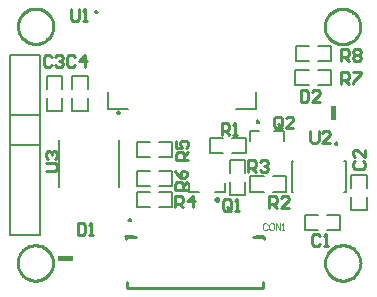
<source format=gto>
%FSTAX23Y23*%
%MOIN*%
%SFA1B1*%

%IPPOS*%
%ADD26C,0.010000*%
%ADD44C,0.007870*%
%ADD45C,0.009840*%
%ADD46C,0.005000*%
%ADD47C,0.003940*%
%LNsrt-wren-25-22-v103-1*%
%LPD*%
G36*
X00222Y00113D02*
X00173D01*
Y00129*
X00222*
Y00113*
G37*
G36*
X01099Y00581D02*
X01082D01*
Y0063*
X01099*
Y00581*
G37*
G54D26*
X01179Y00894D02*
D01*
X01179Y00898*
X01179Y00902*
X01178Y00906*
X01177Y0091*
X01176Y00914*
X01174Y00918*
X01172Y00921*
X0117Y00925*
X01168Y00928*
X01165Y00932*
X01163Y00935*
X0116Y00938*
X01156Y0094*
X01153Y00943*
X0115Y00945*
X01146Y00947*
X01142Y00949*
X01138Y0095*
X01134Y00951*
X0113Y00952*
X01126Y00952*
X01122Y00953*
X01118*
X01114Y00952*
X0111Y00952*
X01106Y00951*
X01102Y0095*
X01098Y00949*
X01094Y00947*
X01091Y00945*
X01087Y00943*
X01084Y0094*
X01081Y00938*
X01078Y00935*
X01075Y00932*
X01072Y00928*
X0107Y00925*
X01068Y00921*
X01066Y00918*
X01065Y00914*
X01063Y0091*
X01062Y00906*
X01062Y00902*
X01061Y00898*
X01061Y00894*
X01061Y0089*
X01062Y00886*
X01062Y00881*
X01063Y00877*
X01065Y00874*
X01066Y0087*
X01068Y00866*
X0107Y00862*
X01072Y00859*
X01075Y00856*
X01078Y00853*
X01081Y0085*
X01084Y00847*
X01087Y00845*
X01091Y00843*
X01094Y00841*
X01098Y00839*
X01102Y00838*
X01106Y00836*
X0111Y00836*
X01114Y00835*
X01118Y00835*
X01122*
X01126Y00835*
X0113Y00836*
X01134Y00836*
X01138Y00838*
X01142Y00839*
X01146Y00841*
X0115Y00843*
X01153Y00845*
X01156Y00847*
X0116Y0085*
X01163Y00853*
X01165Y00856*
X01168Y00859*
X0117Y00862*
X01172Y00866*
X01174Y0087*
X01176Y00874*
X01177Y00877*
X01178Y00881*
X01179Y00886*
X01179Y0089*
X01179Y00894*
X0118Y00106D02*
D01*
X01179Y0011*
X01179Y00114*
X01178Y00118*
X01177Y00122*
X01176Y00126*
X01175Y0013*
X01173Y00134*
X01171Y00137*
X01168Y00141*
X01166Y00144*
X01163Y00147*
X0116Y0015*
X01157Y00152*
X01154Y00155*
X0115Y00157*
X01146Y00159*
X01143Y00161*
X01139Y00162*
X01135Y00163*
X01131Y00164*
X01127Y00165*
X01123Y00165*
X01119*
X01114Y00165*
X0111Y00164*
X01106Y00163*
X01102Y00162*
X01098Y00161*
X01095Y00159*
X01091Y00157*
X01088Y00155*
X01084Y00152*
X01081Y0015*
X01078Y00147*
X01075Y00144*
X01073Y00141*
X0107Y00137*
X01068Y00134*
X01067Y0013*
X01065Y00126*
X01064Y00122*
X01063Y00118*
X01062Y00114*
X01062Y0011*
X01062Y00106*
X01062Y00102*
X01062Y00098*
X01063Y00094*
X01064Y0009*
X01065Y00086*
X01067Y00082*
X01068Y00078*
X0107Y00075*
X01073Y00071*
X01075Y00068*
X01078Y00065*
X01081Y00062*
X01084Y00059*
X01088Y00057*
X01091Y00055*
X01095Y00053*
X01098Y00051*
X01102Y0005*
X01106Y00049*
X0111Y00048*
X01114Y00047*
X01119Y00047*
X01123*
X01127Y00047*
X01131Y00048*
X01135Y00049*
X01139Y0005*
X01143Y00051*
X01146Y00053*
X0115Y00055*
X01154Y00057*
X01157Y00059*
X0116Y00062*
X01163Y00065*
X01166Y00068*
X01168Y00071*
X01171Y00075*
X01173Y00078*
X01175Y00082*
X01176Y00086*
X01177Y0009*
X01178Y00094*
X01179Y00098*
X01179Y00102*
X0118Y00106*
X00155D02*
D01*
X00155Y0011*
X00154Y00114*
X00154Y00118*
X00153Y00122*
X00151Y00126*
X0015Y0013*
X00148Y00134*
X00146Y00137*
X00144Y00141*
X00141Y00144*
X00138Y00147*
X00135Y0015*
X00132Y00152*
X00129Y00155*
X00126Y00157*
X00122Y00159*
X00118Y00161*
X00114Y00162*
X0011Y00163*
X00106Y00164*
X00102Y00165*
X00098Y00165*
X00094*
X0009Y00165*
X00086Y00164*
X00082Y00163*
X00078Y00162*
X00074Y00161*
X0007Y00159*
X00066Y00157*
X00063Y00155*
X0006Y00152*
X00056Y0015*
X00053Y00147*
X00051Y00144*
X00048Y00141*
X00046Y00137*
X00044Y00134*
X00042Y0013*
X0004Y00126*
X00039Y00122*
X00038Y00118*
X00037Y00114*
X00037Y0011*
X00037Y00106*
X00037Y00102*
X00037Y00098*
X00038Y00094*
X00039Y0009*
X0004Y00086*
X00042Y00082*
X00044Y00078*
X00046Y00075*
X00048Y00071*
X00051Y00068*
X00053Y00065*
X00056Y00062*
X0006Y00059*
X00063Y00057*
X00066Y00055*
X0007Y00053*
X00074Y00051*
X00078Y0005*
X00082Y00049*
X00086Y00048*
X0009Y00047*
X00094Y00047*
X00098*
X00102Y00047*
X00106Y00048*
X0011Y00049*
X00114Y0005*
X00118Y00051*
X00122Y00053*
X00126Y00055*
X00129Y00057*
X00132Y00059*
X00135Y00062*
X00138Y00065*
X00141Y00068*
X00144Y00071*
X00146Y00075*
X00148Y00078*
X0015Y00082*
X00151Y00086*
X00153Y0009*
X00154Y00094*
X00154Y00098*
X00155Y00102*
X00155Y00106*
X00156Y00895D02*
D01*
X00156Y00899*
X00155Y00903*
X00155Y00907*
X00154Y00911*
X00152Y00915*
X00151Y00919*
X00149Y00923*
X00147Y00926*
X00145Y0093*
X00142Y00933*
X00139Y00936*
X00136Y00939*
X00133Y00942*
X0013Y00944*
X00126Y00946*
X00123Y00948*
X00119Y0095*
X00115Y00951*
X00111Y00952*
X00107Y00953*
X00103Y00954*
X00099Y00954*
X00095*
X00091Y00954*
X00087Y00953*
X00083Y00952*
X00079Y00951*
X00075Y0095*
X00071Y00948*
X00067Y00946*
X00064Y00944*
X00061Y00942*
X00057Y00939*
X00054Y00936*
X00052Y00933*
X00049Y0093*
X00047Y00926*
X00045Y00923*
X00043Y00919*
X00041Y00915*
X0004Y00911*
X00039Y00907*
X00038Y00903*
X00038Y00899*
X00038Y00895*
X00038Y00891*
X00038Y00887*
X00039Y00883*
X0004Y00879*
X00041Y00875*
X00043Y00871*
X00045Y00867*
X00047Y00864*
X00049Y0086*
X00052Y00857*
X00054Y00854*
X00057Y00851*
X00061Y00849*
X00064Y00846*
X00067Y00844*
X00071Y00842*
X00075Y0084*
X00079Y00839*
X00083Y00838*
X00087Y00837*
X00091Y00836*
X00095Y00836*
X00099*
X00103Y00836*
X00107Y00837*
X00111Y00838*
X00115Y00839*
X00119Y0084*
X00123Y00842*
X00126Y00844*
X0013Y00846*
X00133Y00849*
X00136Y00851*
X00139Y00854*
X00142Y00857*
X00145Y0086*
X00147Y00864*
X00149Y00867*
X00151Y00871*
X00152Y00875*
X00154Y00879*
X00155Y00883*
X00155Y00887*
X00156Y00891*
X00156Y00895*
X00398Y00194D02*
X00432D01*
X004Y00021D02*
Y00041D01*
X00398Y00186D02*
Y00194D01*
X00823D02*
X00858D01*
Y00186D02*
Y00194D01*
X004Y00021D02*
X00855D01*
Y00044*
X01013Y00546D02*
Y00513D01*
X0102Y00506*
X01033*
X0104Y00513*
Y00546*
X01079Y00506D02*
X01053D01*
X01079Y00533*
Y00539*
X01072Y00546*
X01059*
X01053Y00539*
X0013Y00413D02*
X00163D01*
X00169Y0042*
Y00433*
X00163Y0044*
X0013*
X00137Y00453D02*
X0013Y00459D01*
Y00472*
X00137Y00479*
X00143*
X0015Y00472*
Y00466*
Y00472*
X00156Y00479*
X00163*
X00169Y00472*
Y00459*
X00163Y00453*
X01162Y00445D02*
X01156Y00438D01*
Y00425*
X01162Y00419*
X01188*
X01195Y00425*
Y00438*
X01188Y00445*
X01195Y00484D02*
Y00458D01*
X01169Y00484*
X01162*
X01156Y00478*
Y00465*
X01162Y00458*
X0015Y00793D02*
X00143Y008D01*
X0013*
X00124Y00793*
Y00767*
X0013Y0076*
X00143*
X0015Y00767*
X00163Y00793D02*
X00169Y008D01*
X00183*
X00189Y00793*
Y00787*
X00183Y0078*
X00176*
X00183*
X00189Y00773*
Y00767*
X00183Y0076*
X00169*
X00163Y00767*
X00228Y00793D02*
X00222Y008D01*
X00209*
X00202Y00793*
Y00767*
X00209Y0076*
X00222*
X00228Y00767*
X00261Y0076D02*
Y008D01*
X00242Y0078*
X00268*
X01115Y00704D02*
Y00743D01*
X01135*
X01141Y00737*
Y00723*
X01135Y00717*
X01115*
X01128D02*
X01141Y00704D01*
X01154Y00743D02*
X01181D01*
Y00737*
X01154Y0071*
Y00704*
X01115Y00779D02*
Y00818D01*
X01135*
X01141Y00812*
Y00798*
X01135Y00792*
X01115*
X01128D02*
X01141Y00779D01*
X01154Y00812D02*
X01161Y00818D01*
X01174*
X01181Y00812*
Y00805*
X01174Y00798*
X01181Y00792*
Y00785*
X01174Y00779*
X01161*
X01154Y00785*
Y00792*
X01161Y00798*
X01154Y00805*
Y00812*
X01161Y00798D02*
X01174D01*
X00717Y00532D02*
Y00572D01*
X00736*
X00743Y00565*
Y00552*
X00736Y00546*
X00717*
X0073D02*
X00743Y00532D01*
X00756D02*
X00769D01*
X00763*
Y00572*
X00756Y00565*
X00562Y00291D02*
Y0033D01*
X00581*
X00588Y00324*
Y00311*
X00581Y00304*
X00562*
X00575D02*
X00588Y00291D01*
X00621D02*
Y0033D01*
X00601Y00311*
X00627*
X006Y00349D02*
X00561D01*
Y00368*
X00567Y00375*
X0058*
X00587Y00368*
Y00349*
Y00362D02*
X006Y00375D01*
X00561Y00414D02*
X00567Y00401D01*
X0058Y00388*
X00593*
X006Y00395*
Y00408*
X00593Y00414*
X00587*
X0058Y00408*
Y00388*
X00605Y00449D02*
X00566D01*
Y00468*
X00572Y00475*
X00585*
X00592Y00468*
Y00449*
Y00462D02*
X00605Y00475D01*
X00566Y00514D02*
Y00488D01*
X00585*
X00579Y00501*
Y00508*
X00585Y00514*
X00598*
X00605Y00508*
Y00495*
X00598Y00488*
X00215Y00953D02*
Y0092D01*
X00222Y00914*
X00235*
X00241Y0092*
Y00953*
X00254Y00914D02*
X00268D01*
X00261*
Y00953*
X00254Y00947*
X00875Y00289D02*
Y00328D01*
X00894*
X00901Y00322*
Y00308*
X00894Y00302*
X00875*
X00888D02*
X00901Y00289D01*
X0094D02*
X00914D01*
X0094Y00315*
Y00322*
X00934Y00328*
X0092*
X00914Y00322*
X00917Y00562D02*
Y00588D01*
X00911Y00594*
X00897*
X00891Y00588*
Y00562*
X00897Y00555*
X00911*
X00904Y00568D02*
X00917Y00555D01*
X00911D02*
X00917Y00562D01*
X00956Y00555D02*
X0093D01*
X00956Y00581*
Y00588*
X0095Y00594*
X00937*
X0093Y00588*
X00806Y00409D02*
Y00448D01*
X00825*
X00832Y00442*
Y00429*
X00825Y00422*
X00806*
X00819D02*
X00832Y00409D01*
X00845Y00442D02*
X00852Y00448D01*
X00865*
X00871Y00442*
Y00435*
X00865Y00429*
X00858*
X00865*
X00871Y00422*
Y00416*
X00865Y00409*
X00852*
X00845Y00416*
X01044Y00195D02*
X01038Y00201D01*
X01025*
X01018Y00195*
Y00168*
X01025Y00162*
X01038*
X01044Y00168*
X01058Y00162D02*
X01071D01*
X01064*
Y00201*
X01058Y00195*
X0098Y00683D02*
Y00643D01*
X00999*
X01006Y0065*
Y00676*
X00999Y00683*
X0098*
X01045Y00643D02*
X01019D01*
X01045Y00669*
Y00676*
X01039Y00683*
X01026*
X01019Y00676*
X00747Y00286D02*
Y00312D01*
X00741Y00319*
X00728*
X00721Y00312*
Y00286*
X00728Y00279*
X00741*
X00734Y00292D02*
X00747Y00279D01*
X00741D02*
X00747Y00286D01*
X00761Y00279D02*
X00774D01*
X00767*
Y00319*
X00761Y00312*
X00237Y00238D02*
Y00198D01*
X00256*
X00263Y00205*
Y00231*
X00256Y00238*
X00237*
X00276Y00198D02*
X00289D01*
X00283*
Y00238*
X00276Y00231*
G54D44*
X01103Y00504D02*
D01*
X01103Y00504*
X01103Y00505*
X01103Y00505*
X01103Y00505*
X01103Y00505*
X01103Y00506*
X01103Y00506*
X01102Y00506*
X01102Y00506*
X01102Y00507*
X01102Y00507*
X01102Y00507*
X01102Y00507*
X01101Y00507*
X01101Y00507*
X01101Y00508*
X01101Y00508*
X011Y00508*
X011Y00508*
X011Y00508*
X011Y00508*
X01099Y00508*
X01099*
X01099Y00508*
X01098Y00508*
X01098Y00508*
X01098Y00508*
X01098Y00508*
X01097Y00508*
X01097Y00507*
X01097Y00507*
X01097Y00507*
X01096Y00507*
X01096Y00507*
X01096Y00507*
X01096Y00506*
X01096Y00506*
X01096Y00506*
X01096Y00506*
X01095Y00505*
X01095Y00505*
X01095Y00505*
X01095Y00505*
X01095Y00504*
X01095Y00504*
X01095Y00504*
X01095Y00503*
X01095Y00503*
X01095Y00503*
X01095Y00503*
X01096Y00502*
X01096Y00502*
X01096Y00502*
X01096Y00502*
X01096Y00501*
X01096Y00501*
X01096Y00501*
X01097Y00501*
X01097Y00501*
X01097Y00501*
X01097Y005*
X01098Y005*
X01098Y005*
X01098Y005*
X01098Y005*
X01099Y005*
X01099Y005*
X01099*
X011Y005*
X011Y005*
X011Y005*
X011Y005*
X01101Y005*
X01101Y005*
X01101Y00501*
X01101Y00501*
X01102Y00501*
X01102Y00501*
X01102Y00501*
X01102Y00501*
X01102Y00502*
X01102Y00502*
X01103Y00502*
X01103Y00502*
X01103Y00503*
X01103Y00503*
X01103Y00503*
X01103Y00503*
X01103Y00504*
X01103Y00504*
X00377Y00607D02*
D01*
X00377Y00608*
X00377Y00608*
X00377Y00608*
X00377Y00609*
X00377Y00609*
X00377Y00609*
X00377Y00609*
X00377Y0061*
X00376Y0061*
X00376Y0061*
X00376Y0061*
X00376Y0061*
X00376Y00611*
X00375Y00611*
X00375Y00611*
X00375Y00611*
X00375Y00611*
X00374Y00611*
X00374Y00611*
X00374Y00611*
X00374Y00611*
X00373Y00611*
X00373*
X00373Y00611*
X00373Y00611*
X00372Y00611*
X00372Y00611*
X00372Y00611*
X00372Y00611*
X00371Y00611*
X00371Y00611*
X00371Y00611*
X00371Y0061*
X0037Y0061*
X0037Y0061*
X0037Y0061*
X0037Y0061*
X0037Y00609*
X0037Y00609*
X0037Y00609*
X00369Y00609*
X00369Y00608*
X00369Y00608*
X00369Y00608*
X00369Y00607*
X00369Y00607*
X00369Y00607*
X00369Y00607*
X00369Y00606*
X0037Y00606*
X0037Y00606*
X0037Y00606*
X0037Y00605*
X0037Y00605*
X0037Y00605*
X0037Y00605*
X00371Y00605*
X00371Y00604*
X00371Y00604*
X00371Y00604*
X00372Y00604*
X00372Y00604*
X00372Y00604*
X00372Y00604*
X00373Y00604*
X00373Y00604*
X00373Y00604*
X00373*
X00374Y00604*
X00374Y00604*
X00374Y00604*
X00374Y00604*
X00375Y00604*
X00375Y00604*
X00375Y00604*
X00375Y00604*
X00376Y00604*
X00376Y00605*
X00376Y00605*
X00376Y00605*
X00376Y00605*
X00377Y00605*
X00377Y00606*
X00377Y00606*
X00377Y00606*
X00377Y00606*
X00377Y00607*
X00377Y00607*
X00377Y00607*
X00377Y00607*
X00304Y00943D02*
D01*
X00304Y00943*
X00304Y00944*
X00303Y00944*
X00303Y00944*
X00303Y00944*
X00303Y00945*
X00303Y00945*
X00303Y00945*
X00303Y00945*
X00303Y00946*
X00302Y00946*
X00302Y00946*
X00302Y00946*
X00302Y00946*
X00302Y00947*
X00301Y00947*
X00301Y00947*
X00301Y00947*
X00301Y00947*
X003Y00947*
X003Y00947*
X003Y00947*
X00299*
X00299Y00947*
X00299Y00947*
X00299Y00947*
X00298Y00947*
X00298Y00947*
X00298Y00947*
X00298Y00947*
X00297Y00946*
X00297Y00946*
X00297Y00946*
X00297Y00946*
X00297Y00946*
X00296Y00945*
X00296Y00945*
X00296Y00945*
X00296Y00945*
X00296Y00944*
X00296Y00944*
X00296Y00944*
X00296Y00944*
X00296Y00943*
X00296Y00943*
X00296Y00943*
X00296Y00943*
X00296Y00942*
X00296Y00942*
X00296Y00942*
X00296Y00942*
X00296Y00941*
X00296Y00941*
X00296Y00941*
X00297Y00941*
X00297Y0094*
X00297Y0094*
X00297Y0094*
X00297Y0094*
X00298Y0094*
X00298Y0094*
X00298Y00939*
X00298Y00939*
X00299Y00939*
X00299Y00939*
X00299Y00939*
X00299Y00939*
X003*
X003Y00939*
X003Y00939*
X00301Y00939*
X00301Y00939*
X00301Y00939*
X00301Y0094*
X00302Y0094*
X00302Y0094*
X00302Y0094*
X00302Y0094*
X00302Y0094*
X00303Y00941*
X00303Y00941*
X00303Y00941*
X00303Y00941*
X00303Y00942*
X00303Y00942*
X00303Y00942*
X00303Y00942*
X00304Y00943*
X00304Y00943*
X00304Y00943*
X00842Y00577D02*
D01*
X00842Y00577*
X00841Y00577*
X00841Y00578*
X00841Y00578*
X00841Y00578*
X00841Y00578*
X00841Y00579*
X00841Y00579*
X00841Y00579*
X00841Y00579*
X0084Y0058*
X0084Y0058*
X0084Y0058*
X0084Y0058*
X0084Y0058*
X00839Y0058*
X00839Y0058*
X00839Y00581*
X00839Y00581*
X00838Y00581*
X00838Y00581*
X00838Y00581*
X00837*
X00837Y00581*
X00837Y00581*
X00837Y00581*
X00836Y00581*
X00836Y0058*
X00836Y0058*
X00836Y0058*
X00835Y0058*
X00835Y0058*
X00835Y0058*
X00835Y0058*
X00835Y00579*
X00834Y00579*
X00834Y00579*
X00834Y00579*
X00834Y00578*
X00834Y00578*
X00834Y00578*
X00834Y00578*
X00834Y00577*
X00834Y00577*
X00834Y00577*
X00834Y00577*
X00834Y00576*
X00834Y00576*
X00834Y00576*
X00834Y00575*
X00834Y00575*
X00834Y00575*
X00834Y00575*
X00834Y00575*
X00835Y00574*
X00835Y00574*
X00835Y00574*
X00835Y00574*
X00835Y00574*
X00836Y00573*
X00836Y00573*
X00836Y00573*
X00836Y00573*
X00837Y00573*
X00837Y00573*
X00837Y00573*
X00837Y00573*
X00838*
X00838Y00573*
X00838Y00573*
X00839Y00573*
X00839Y00573*
X00839Y00573*
X00839Y00573*
X0084Y00573*
X0084Y00574*
X0084Y00574*
X0084Y00574*
X0084Y00574*
X00841Y00574*
X00841Y00575*
X00841Y00575*
X00841Y00575*
X00841Y00575*
X00841Y00575*
X00841Y00576*
X00841Y00576*
X00841Y00576*
X00842Y00577*
X00842Y00577*
X00414Y00249D02*
D01*
X00414Y00249*
X00414Y00249*
X00414Y00249*
X00414Y0025*
X00414Y0025*
X00414Y0025*
X00414Y0025*
X00414Y00251*
X00414Y00251*
X00413Y00251*
X00413Y00251*
X00413Y00251*
X00413Y00252*
X00413Y00252*
X00412Y00252*
X00412Y00252*
X00412Y00252*
X00412Y00252*
X00411Y00252*
X00411Y00252*
X00411Y00252*
X0041Y00252*
X0041*
X0041Y00252*
X0041Y00252*
X00409Y00252*
X00409Y00252*
X00409Y00252*
X00409Y00252*
X00408Y00252*
X00408Y00252*
X00408Y00252*
X00408Y00251*
X00407Y00251*
X00407Y00251*
X00407Y00251*
X00407Y00251*
X00407Y0025*
X00407Y0025*
X00407Y0025*
X00407Y0025*
X00406Y00249*
X00406Y00249*
X00406Y00249*
X00406Y00249*
X00406Y00248*
X00406Y00248*
X00406Y00248*
X00407Y00247*
X00407Y00247*
X00407Y00247*
X00407Y00247*
X00407Y00246*
X00407Y00246*
X00407Y00246*
X00407Y00246*
X00408Y00246*
X00408Y00245*
X00408Y00245*
X00408Y00245*
X00409Y00245*
X00409Y00245*
X00409Y00245*
X00409Y00245*
X0041Y00245*
X0041Y00245*
X0041Y00245*
X0041*
X00411Y00245*
X00411Y00245*
X00411Y00245*
X00412Y00245*
X00412Y00245*
X00412Y00245*
X00412Y00245*
X00413Y00245*
X00413Y00245*
X00413Y00246*
X00413Y00246*
X00413Y00246*
X00414Y00246*
X00414Y00246*
X00414Y00247*
X00414Y00247*
X00414Y00247*
X00414Y00247*
X00414Y00248*
X00414Y00248*
X00414Y00248*
X00414Y00249*
X00813Y00344D02*
Y00395D01*
X00888D02*
X00932D01*
X00888Y00344D02*
X00932D01*
Y00395*
X00813Y00344D02*
X00857D01*
X00813Y00395D02*
X00857D01*
X00678Y00524D02*
X00722D01*
X00678Y00473D02*
X00722D01*
X00797D02*
Y00524D01*
X00753Y00473D02*
X00797D01*
X00753Y00524D02*
X00797D01*
X00678Y00473D02*
Y00524D01*
X00219Y00612D02*
Y00655D01*
X00271Y00612D02*
Y00655D01*
X00219Y0073D02*
X00271D01*
Y00687D02*
Y0073D01*
X00219Y00687D02*
Y0073D01*
Y00612D02*
X00271D01*
X01149Y00282D02*
Y00325D01*
X01201Y00282D02*
Y00325D01*
X01149Y004D02*
X01201D01*
Y00357D02*
Y004D01*
X01149Y00357D02*
Y004D01*
Y00282D02*
X01201D01*
X00134Y00612D02*
Y00655D01*
X00186Y00612D02*
Y00655D01*
X00134Y0073D02*
X00186D01*
Y00687D02*
Y0073D01*
X00134Y00687D02*
Y0073D01*
Y00612D02*
X00186D01*
X01038Y00778D02*
X01082D01*
X01038Y00829D02*
X01082D01*
X00964Y00778D02*
Y00829D01*
X01007*
X00964Y00778D02*
X01007D01*
X01082D02*
Y00829D01*
X00963Y00749D02*
X01007D01*
X00963Y00698D02*
X01007D01*
X01082D02*
Y00749D01*
X01038Y00698D02*
X01082D01*
X01038Y00749D02*
X01082D01*
X00963Y00698D02*
Y00749D01*
X00508Y00363D02*
X00552D01*
X00508Y00414D02*
X00552D01*
X00434Y00363D02*
Y00414D01*
X00477*
X00434Y00363D02*
X00477D01*
X00552D02*
Y00414D01*
X00508Y00293D02*
X00552D01*
X00508Y00344D02*
X00552D01*
X00434Y00293D02*
Y00344D01*
X00477*
X00434Y00293D02*
X00477D01*
X00552D02*
Y00344D01*
X00508Y00458D02*
X00552D01*
X00508Y00509D02*
X00552D01*
X00434Y00458D02*
Y00509D01*
X00477*
X00434Y00458D02*
X00477D01*
X00552D02*
Y00509D01*
X00744Y0045D02*
X00796D01*
Y00332D02*
Y00376D01*
X00744Y00332D02*
Y00376D01*
Y00332D02*
X00796D01*
X00744Y00407D02*
Y0045D01*
X00796Y00407D02*
Y0045D01*
X00994Y00215D02*
Y00266D01*
X01068D02*
X01112D01*
X01068Y00215D02*
X01112D01*
Y00266*
X00994Y00215D02*
X01037D01*
X00994Y00266D02*
X01037D01*
X00012Y008D02*
X00112D01*
X00012Y005D02*
X00112D01*
X00012D02*
Y00798D01*
X00112Y005D02*
Y008D01*
X00012Y002D02*
X00112D01*
X00012D02*
Y006D01*
X00112Y002D02*
Y006D01*
X00012D02*
X00112D01*
X00609Y00343D02*
X0064D01*
X00609D02*
Y00374D01*
X00695Y00343D02*
X00727D01*
Y00374*
G54D45*
X00706Y00317D02*
D01*
X00706Y00318*
X00706Y00318*
X00706Y00318*
X00706Y00319*
X00706Y00319*
X00706Y00319*
X00706Y00319*
X00705Y0032*
X00705Y0032*
X00705Y0032*
X00705Y00321*
X00704Y00321*
X00704Y00321*
X00704Y00321*
X00704Y00321*
X00703Y00322*
X00703Y00322*
X00703Y00322*
X00702Y00322*
X00702Y00322*
X00702Y00322*
X00701Y00322*
X00701*
X00701Y00322*
X007Y00322*
X007Y00322*
X007Y00322*
X00699Y00322*
X00699Y00322*
X00699Y00321*
X00698Y00321*
X00698Y00321*
X00698Y00321*
X00698Y00321*
X00697Y0032*
X00697Y0032*
X00697Y0032*
X00697Y00319*
X00697Y00319*
X00697Y00319*
X00696Y00319*
X00696Y00318*
X00696Y00318*
X00696Y00318*
X00696Y00317*
X00696Y00317*
X00696Y00316*
X00696Y00316*
X00696Y00316*
X00697Y00315*
X00697Y00315*
X00697Y00315*
X00697Y00315*
X00697Y00314*
X00697Y00314*
X00698Y00314*
X00698Y00314*
X00698Y00313*
X00698Y00313*
X00699Y00313*
X00699Y00313*
X00699Y00313*
X007Y00313*
X007Y00312*
X007Y00312*
X00701Y00312*
X00701Y00312*
X00701*
X00702Y00312*
X00702Y00312*
X00702Y00312*
X00703Y00313*
X00703Y00313*
X00703Y00313*
X00704Y00313*
X00704Y00313*
X00704Y00313*
X00704Y00314*
X00705Y00314*
X00705Y00314*
X00705Y00314*
X00705Y00315*
X00706Y00315*
X00706Y00315*
X00706Y00315*
X00706Y00316*
X00706Y00316*
X00706Y00316*
X00706Y00317*
X00706Y00317*
G54D46*
X01125Y00343D02*
X01131D01*
Y00445*
X01125D02*
X01131D01*
X0095D02*
X00955D01*
X0095Y00343D02*
Y00445D01*
Y00343D02*
X00955D01*
X00374Y0036D02*
Y00517D01*
X00176Y0036D02*
Y00517D01*
X00339Y00618D02*
Y00675D01*
Y00618D02*
X00405D01*
X00765D02*
X00831D01*
Y00675*
X0081Y00512D02*
Y00546D01*
X00925Y00512D02*
Y00546D01*
X00892D02*
X00925D01*
X0081D02*
X00843D01*
X00396Y00197D02*
X00425D01*
X0083D02*
X00859D01*
G54D47*
X0087Y00234D02*
X00866Y00238D01*
X00859*
X00856Y00234*
Y0022*
X00859Y00217*
X00866*
X0087Y0022*
X00887Y00238D02*
X0088D01*
X00876Y00234*
Y0022*
X0088Y00217*
X00887*
X0089Y0022*
Y00234*
X00887Y00238*
X00897Y00217D02*
Y00238D01*
X00911Y00217*
Y00238*
X00918Y00217D02*
X00925D01*
X00921*
Y00238*
X00918Y00234*
M02*
</source>
